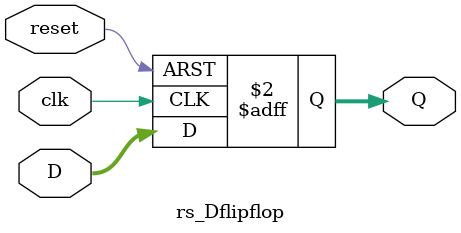
<source format=v>

module rs_Dflipflop (
    input      clk,
    input      reset,
    input      [3:0] D,
    output reg [3:0] Q
);

    always @(posedge clk, posedge reset) begin
        if (reset) Q <= 4'b0000;
        else       Q <= D;
    end


endmodule
</source>
